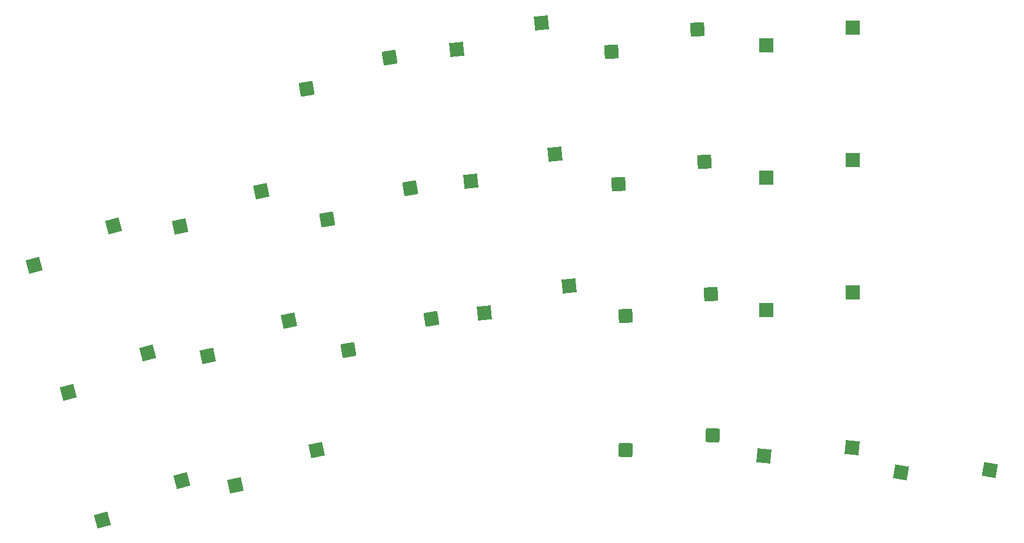
<source format=gbp>
%TF.GenerationSoftware,KiCad,Pcbnew,(6.0.0)*%
%TF.CreationDate,2022-02-05T19:22:17+07:00*%
%TF.ProjectId,kibod-01-mirrored-rev2,6b69626f-642d-4303-912d-6d6972726f72,rev?*%
%TF.SameCoordinates,Original*%
%TF.FileFunction,Paste,Bot*%
%TF.FilePolarity,Positive*%
%FSLAX46Y46*%
G04 Gerber Fmt 4.6, Leading zero omitted, Abs format (unit mm)*
G04 Created by KiCad (PCBNEW (6.0.0)) date 2022-02-05 19:22:17*
%MOMM*%
%LPD*%
G01*
G04 APERTURE LIST*
G04 Aperture macros list*
%AMRotRect*
0 Rectangle, with rotation*
0 The origin of the aperture is its center*
0 $1 length*
0 $2 width*
0 $3 Rotation angle, in degrees counterclockwise*
0 Add horizontal line*
21,1,$1,$2,0,0,$3*%
G04 Aperture macros list end*
%ADD10RotRect,2.000000X2.000000X195.000000*%
%ADD11RotRect,2.000000X2.000000X192.000000*%
%ADD12RotRect,2.000000X2.000000X189.000000*%
%ADD13RotRect,2.000000X2.000000X186.000000*%
%ADD14RotRect,2.000000X2.000000X183.000000*%
%ADD15R,2.000000X2.000000*%
%ADD16RotRect,2.000000X2.000000X178.000000*%
%ADD17RotRect,2.000000X2.000000X174.000000*%
%ADD18RotRect,2.000000X2.000000X170.000000*%
G04 APERTURE END LIST*
D10*
%TO.C,K-0-0*%
X17056931Y-59907729D03*
X28473604Y-54219039D03*
%TD*%
D11*
%TO.C,K-0-1*%
X38043165Y-54341326D03*
X49741914Y-49257935D03*
%TD*%
D12*
%TO.C,K-0-2*%
X56260413Y-34481949D03*
X68209174Y-30017790D03*
%TD*%
D13*
%TO.C,K-0-3*%
X77854073Y-28836903D03*
X90020094Y-25004211D03*
%TD*%
D14*
%TO.C,K-0-4*%
X100106116Y-29178956D03*
X112456052Y-25988238D03*
%TD*%
D15*
%TO.C,K-0-5*%
X122334704Y-28274881D03*
X134834704Y-25734881D03*
%TD*%
D10*
%TO.C,K-1-0*%
X21977727Y-78197683D03*
X33394400Y-72508993D03*
%TD*%
D11*
%TO.C,K-1-1*%
X42003879Y-72975038D03*
X53702628Y-67891647D03*
%TD*%
D12*
%TO.C,K-1-2*%
X59240487Y-53297411D03*
X71189248Y-48833252D03*
%TD*%
D13*
%TO.C,K-1-3*%
X79845341Y-47782543D03*
X92011362Y-43949851D03*
%TD*%
D14*
%TO.C,K-1-4*%
X101103115Y-48202848D03*
X113453051Y-45012130D03*
%TD*%
D15*
%TO.C,K-1-5*%
X122334704Y-47324881D03*
X134834704Y-44784881D03*
%TD*%
D10*
%TO.C,K-2-0*%
X26908231Y-96598569D03*
X38324904Y-90909879D03*
%TD*%
D11*
%TO.C,K-2-1*%
X45964600Y-91608749D03*
X57663349Y-86525358D03*
%TD*%
D12*
%TO.C,K-2-2*%
X62220564Y-72112873D03*
X74169325Y-67648714D03*
%TD*%
D13*
%TO.C,K-2-3*%
X81836607Y-66728186D03*
X94002628Y-62895494D03*
%TD*%
D14*
%TO.C,K-2-4*%
X102100116Y-67226741D03*
X114450052Y-64036023D03*
%TD*%
D15*
%TO.C,K-2-5*%
X122334704Y-66374881D03*
X134834704Y-63834881D03*
%TD*%
D16*
%TO.C,K-3-3*%
X102108325Y-86455622D03*
X114689355Y-84353413D03*
%TD*%
D17*
%TO.C,K-3-4*%
X121997688Y-87359149D03*
X134694714Y-86139669D03*
%TD*%
D18*
%TO.C,K-3-5*%
X141783886Y-89680158D03*
X154535049Y-89349348D03*
%TD*%
M02*

</source>
